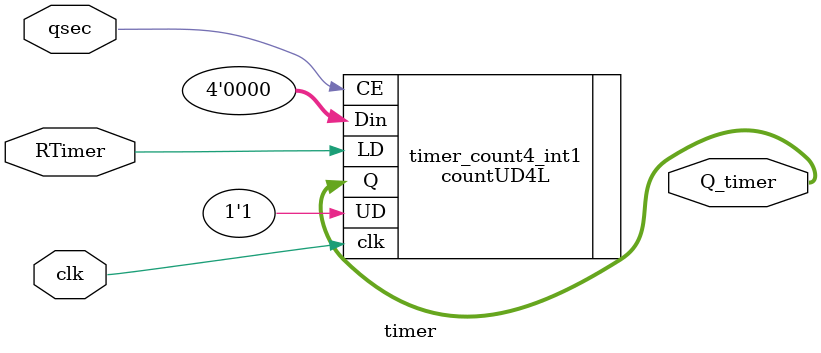
<source format=v>
`timescale 1ns / 1ps


module timer(
    
    input qsec,
    input RTimer, // reset timer: resets the timer by loading 4'b0 into Q_timer
    input clk,
    // input 1 for UD (increment),
    // input [3:0] == 0000 for reset
    
    output [3:0] Q_timer
    );
    
    countUD4L timer_count4_int1(.clk(clk), .UD(1'b1), .CE(qsec), .LD(RTimer), .Din(4'b0), .Q(Q_timer));
       
endmodule

</source>
